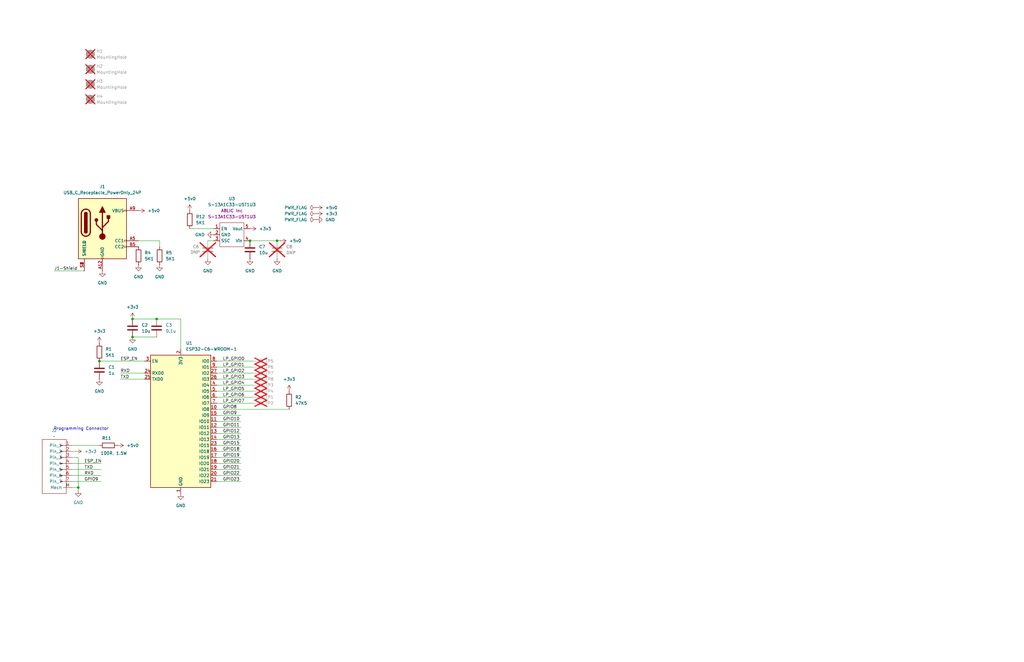
<source format=kicad_sch>
(kicad_sch (version 20231120) (generator "eeschema") (generator_version "8.0")
  (paper "USLedger")
  (lib_symbols
    (symbol "Connector:TestPoint" (pin_numbers hide) (pin_names (offset 0.762) hide)
      (property "Reference" "TP" (at 0 6.858 0))
      (property "Value" "TestPoint" (at 0 5.08 0))
      (symbol "TestPoint_0_1"
        (circle (center 0 3.302) (radius 0.762))
      )
      (symbol "TestPoint_1_1"
        (pin passive line (at 0 0 90) (length 2.54) (name "1") (number "1"))
      )
    )
    (symbol "Device:C" (pin_numbers hide) (pin_names (offset 0.254))
      (property "Reference" "C" (at 0.635 2.54 0))
      (property "Value" "C" (at 0.635 -2.54 0))
      (symbol "C_0_1"
        (polyline (pts (xy -2.032 -0.762) (xy 2.032 -0.762)) (stroke (width 0.508)))
        (polyline (pts (xy -2.032 0.762) (xy 2.032 0.762)) (stroke (width 0.508)))
      )
      (symbol "C_1_1"
        (pin passive line (at 0 3.81 270) (length 2.794) (name "~") (number "1"))
        (pin passive line (at 0 -3.81 90) (length 2.794) (name "~") (number "2"))
      )
    )
    (symbol "Device:R" (pin_numbers hide) (pin_names (offset 0))
      (property "Reference" "R" (at 2.032 0 90))
      (property "Value" "R" (at 0 0 90))
      (symbol "R_0_1"
        (rectangle (start -1.016 -2.54) (end 1.016 2.54) (stroke (width 0.254)))
      )
      (symbol "R_1_1"
        (pin passive line (at 0 3.81 270) (length 1.27) (name "~") (number "1"))
        (pin passive line (at 0 -3.81 90) (length 1.27) (name "~") (number "2"))
      )
    )
    (symbol "HVAC:ESP32-C6-WROOM-1"
      (property "Reference" "U" (at -11.684 28.956 0))
      (property "Value" "ESP32-C6-WROOM-1" (at 12.7 28.956 0))
      (symbol "ESP32-C6-WROOM-1_1_1"
        (rectangle (start -12.7 27.94) (end 12.7 -27.94) (stroke (width 0.254)) (fill (type background)))
        (pin power_in line (at 0 -30.48 90) (length 2.54) (name "GND") (number "1"))
        (pin bidirectional line (at 15.24 5.08 180) (length 2.54) (name "IO8") (number "10"))
        (pin bidirectional line (at 15.24 0 180) (length 2.54) (name "IO10") (number "11"))
        (pin bidirectional line (at 15.24 -2.54 180) (length 2.54) (name "IO11") (number "12"))
        (pin bidirectional line (at 15.24 -5.08 180) (length 2.54) (name "IO12") (number "13"))
        (pin bidirectional line (at 15.24 -7.62 180) (length 2.54) (name "IO13") (number "14"))
        (pin bidirectional line (at 15.24 2.54 180) (length 2.54) (name "IO9") (number "15"))
        (pin bidirectional line (at 15.24 -12.7 180) (length 2.54) (name "IO18") (number "16"))
        (pin bidirectional line (at 15.24 -15.24 180) (length 2.54) (name "IO19") (number "17"))
        (pin bidirectional line (at 15.24 -17.78 180) (length 2.54) (name "IO20") (number "18"))
        (pin bidirectional line (at 15.24 -20.32 180) (length 2.54) (name "IO21") (number "19"))
        (pin power_in line (at 0 30.48 270) (length 2.54) (name "3V3") (number "2"))
        (pin bidirectional line (at 15.24 -22.86 180) (length 2.54) (name "IO22") (number "20"))
        (pin bidirectional line (at 15.24 -25.4 180) (length 2.54) (name "IO23") (number "21"))
        (pin no_connect line (at -16.51 -22.86 0) (length 3.81) hide (name "NC22") (number "22"))
        (pin bidirectional line (at 15.24 -10.16 180) (length 2.54) (name "IO15") (number "23"))
        (pin bidirectional line (at -15.24 20.32 0) (length 2.54) (name "RXD0") (number "24"))
        (pin bidirectional line (at -15.24 17.78 0) (length 2.54) (name "TXD0") (number "25"))
        (pin bidirectional line (at 15.24 17.78 180) (length 2.54) (name "IO3") (number "26"))
        (pin bidirectional line (at 15.24 20.32 180) (length 2.54) (name "IO2") (number "27"))
        (pin passive line (at 0 -30.48 90) (length 2.54) hide (name "GND") (number "28"))
        (pin passive line (at 0 -30.48 90) (length 2.54) hide (name "GND") (number "29"))
        (pin input line (at -15.24 25.4 0) (length 2.54) (name "EN") (number "3"))
        (pin bidirectional line (at 15.24 15.24 180) (length 2.54) (name "IO4") (number "4"))
        (pin bidirectional line (at 15.24 12.7 180) (length 2.54) (name "IO5") (number "5"))
        (pin bidirectional line (at 15.24 10.16 180) (length 2.54) (name "IO6") (number "6"))
        (pin bidirectional line (at 15.24 7.62 180) (length 2.54) (name "IO7") (number "7"))
        (pin bidirectional line (at 15.24 25.4 180) (length 2.54) (name "IO0") (number "8"))
        (pin bidirectional line (at 15.24 22.86 180) (length 2.54) (name "IO1") (number "9"))
      )
    )
    (symbol "HVAC:Hirose_DF13-7P-1.25V"
      (property "Reference" "J" (at -5.08 13.208 0))
      (symbol "Hirose_DF13-7P-1.25V_0_1"
        (rectangle (start -7.62 10.16) (end 2.54 -12.7))
      )
      (symbol "Hirose_DF13-7P-1.25V_1_1"
        (polyline (pts (xy 1.27 -7.62) (xy 0.8636 -7.62)) (stroke (width 0.1524)))
        (polyline (pts (xy 1.27 -5.08) (xy 0.8636 -5.08)) (stroke (width 0.1524)))
        (polyline (pts (xy 1.27 -2.54) (xy 0.8636 -2.54)) (stroke (width 0.1524)))
        (polyline (pts (xy 1.27 0) (xy 0.8636 0)) (stroke (width 0.1524)))
        (polyline (pts (xy 1.27 2.54) (xy 0.8636 2.54)) (stroke (width 0.1524)))
        (polyline (pts (xy 1.27 5.08) (xy 0.8636 5.08)) (stroke (width 0.1524)))
        (polyline (pts (xy 1.27 7.62) (xy 0.8636 7.62)) (stroke (width 0.1524)))
        (rectangle (start 0.8636 -7.493) (end 0 -7.747) (stroke (width 0.1524)) (fill (type outline)))
        (rectangle (start 0.8636 -4.953) (end 0 -5.207) (stroke (width 0.1524)) (fill (type outline)))
        (rectangle (start 0.8636 -2.413) (end 0 -2.667) (stroke (width 0.1524)) (fill (type outline)))
        (rectangle (start 0.8636 0.127) (end 0 -0.127) (stroke (width 0.1524)) (fill (type outline)))
        (rectangle (start 0.8636 2.667) (end 0 2.413) (stroke (width 0.1524)) (fill (type outline)))
        (rectangle (start 0.8636 5.207) (end 0 4.953) (stroke (width 0.1524)) (fill (type outline)))
        (rectangle (start 0.8636 7.747) (end 0 7.493) (stroke (width 0.1524)) (fill (type outline)))
        (pin passive line (at 5.08 7.62 180) (length 3.81) (name "Pin_1") (number "1"))
        (pin passive line (at 5.08 5.08 180) (length 3.81) (name "Pin_2") (number "2"))
        (pin passive line (at 5.08 2.54 180) (length 3.81) (name "Pin_3") (number "3"))
        (pin passive line (at 5.08 0 180) (length 3.81) (name "Pin_4") (number "4"))
        (pin passive line (at 5.08 -2.54 180) (length 3.81) (name "Pin_5") (number "5"))
        (pin passive line (at 5.08 -5.08 180) (length 3.81) (name "Pin_6") (number "6"))
        (pin passive line (at 5.08 -7.62 180) (length 3.81) (name "Pin_7") (number "7"))
        (pin unspecified line (at 5.08 -10.16 180) (length 3.81) (name "Mech") (number "M"))
      )
    )
    (symbol "HVAC:S-13A1C33-U5T1U3"
      (property "Reference" "U" (at -4.318 6.35 0))
      (property "Value" "S-13A1C33-U5T1U3" (at 0 0 0))
      (property "Manuf" "ABLIC Inc" (at 0 0 0))
      (property "Manuf PN" "S-13A1C33-U5T1U3" (at 0 0 0))
      (symbol "S-13A1C33-U5T1U3_0_1"
        (rectangle (start -5.08 5.08) (end 5.08 -5.08))
      )
      (symbol "S-13A1C33-U5T1U3_1_1"
        (pin input line (at -7.62 2.54 0) (length 2.54) (name "EN") (number "1"))
        (pin input line (at -7.62 0 0) (length 2.54) (name "GND") (number "2"))
        (pin input line (at -7.62 -2.54 0) (length 2.54) (name "SSC") (number "3"))
        (pin input line (at 7.62 -2.54 180) (length 2.54) (name "Vin") (number "4"))
        (pin input line (at 7.62 2.54 180) (length 2.54) (name "Vout") (number "5"))
      )
    )
    (symbol "HVAC:USB_C_Receptacle_PowerOnly_24P" (pin_names (offset 1.016))
      (property "Reference" "J" (at 0 16.51 0))
      (property "Value" "USB_C_Receptacle_PowerOnly_24P" (at 0 13.97 0))
      (symbol "USB_C_Receptacle_PowerOnly_24P_0_0"
        (rectangle (start -0.254 -12.7) (end 0.254 -11.684))
        (rectangle (start 10.16 -7.366) (end 9.144 -7.874))
        (rectangle (start 10.16 -4.826) (end 9.144 -5.334))
        (rectangle (start 10.16 7.874) (end 9.144 7.366))
      )
      (symbol "USB_C_Receptacle_PowerOnly_24P_0_1"
        (rectangle (start -10.16 12.7) (end 10.16 -12.7) (stroke (width 0.254)) (fill (type background)))
        (arc (start -8.89 -1.27) (mid -6.985 -3.1667) (end -5.08 -1.27) (stroke (width 0.508)))
        (arc (start -7.62 -1.27) (mid -6.985 -1.9023) (end -6.35 -1.27) (stroke (width 0.254)))
        (arc (start -7.62 -1.27) (mid -6.985 -1.9023) (end -6.35 -1.27) (stroke (width 0.254)) (fill (type outline)))
        (rectangle (start -7.62 -1.27) (end -6.35 6.35) (stroke (width 0.254)) (fill (type outline)))
        (arc (start -6.35 6.35) (mid -6.985 6.9823) (end -7.62 6.35) (stroke (width 0.254)))
        (arc (start -6.35 6.35) (mid -6.985 6.9823) (end -7.62 6.35) (stroke (width 0.254)) (fill (type outline)))
        (arc (start -5.08 6.35) (mid -6.985 8.2467) (end -8.89 6.35) (stroke (width 0.508)))
        (circle (center -2.54 3.683) (radius 0.635) (stroke (width 0.254)) (fill (type outline)))
        (circle (center 0 -3.302) (radius 1.27) (fill (type outline)))
        (polyline (pts (xy -8.89 -1.27) (xy -8.89 6.35)) (stroke (width 0.508)))
        (polyline (pts (xy -5.08 6.35) (xy -5.08 -1.27)) (stroke (width 0.508)))
        (polyline (pts (xy 0 -3.302) (xy 0 6.858)) (stroke (width 0.508)))
        (polyline (pts (xy 0 -0.762) (xy -2.54 1.778) (xy -2.54 3.048)) (stroke (width 0.508)))
        (polyline (pts (xy 0 0.508) (xy 2.54 3.048) (xy 2.54 4.318)) (stroke (width 0.508)))
        (polyline (pts (xy -1.27 6.858) (xy 0 9.398) (xy 1.27 6.858) (xy -1.27 6.858)) (stroke (width 0.254)) (fill (type outline)))
        (rectangle (start 1.905 4.318) (end 3.175 5.588) (stroke (width 0.254)) (fill (type outline)))
      )
      (symbol "USB_C_Receptacle_PowerOnly_24P_1_1"
        (pin passive line (at 0 -17.78 90) (length 5.08) hide (name "GND") (number "A1"))
        (pin power_in line (at 0 -17.78 90) (length 5.08) (name "GND") (number "A12"))
        (pin passive line (at 15.24 7.62 180) (length 5.08) hide (name "VBUS") (number "A4"))
        (pin bidirectional line (at 15.24 -5.08 180) (length 5.08) (name "CC1") (number "A5"))
        (pin power_in line (at 15.24 7.62 180) (length 5.08) (name "VBUS") (number "A9"))
        (pin passive line (at 0 -17.78 90) (length 5.08) hide (name "GND") (number "B1"))
        (pin passive line (at 0 -17.78 90) (length 5.08) hide (name "GND") (number "B12"))
        (pin passive line (at 15.24 7.62 180) (length 5.08) hide (name "VBUS") (number "B4"))
        (pin bidirectional line (at 15.24 -7.62 180) (length 5.08) (name "CC2") (number "B5"))
        (pin passive line (at 15.24 7.62 180) (length 5.08) hide (name "VBUS") (number "B9"))
        (pin passive line (at -7.62 -17.78 90) (length 5.08) (name "SHIELD") (number "S1"))
        (pin passive line (at -7.62 -17.78 90) (length 5.08) (name "SHIELD") (number "S2"))
        (pin passive line (at -7.62 -17.78 90) (length 5.08) (name "SHIELD") (number "S3"))
        (pin passive line (at -7.62 -17.78 90) (length 5.08) (name "SHIELD") (number "S4"))
      )
    )
    (symbol "Mechanical:MountingHole" (pin_names (offset 1.016)) (exclude_from_sim yes) (in_bom no)
      (property "Reference" "H" (at 0 5.08 0))
      (property "Value" "MountingHole" (at 0 3.175 0))
      (symbol "MountingHole_0_1"
        (circle (center 0 0) (radius 1.27) (stroke (width 1.27)))
      )
    )
    (symbol "power:+3.3V" (power) (pin_numbers hide) (pin_names (offset 0) hide)
      (property "Value" "+3.3V" (at 0 3.556 0))
      (symbol "+3.3V_0_1"
        (polyline (pts (xy -0.762 1.27) (xy 0 2.54)))
        (polyline (pts (xy 0 0) (xy 0 2.54)))
        (polyline (pts (xy 0 2.54) (xy 0.762 1.27)))
      )
      (symbol "+3.3V_1_1"
        (pin power_in line (at 0 0 90) (length 0) (name "~") (number "1"))
      )
    )
    (symbol "power:+5V" (power) (pin_numbers hide) (pin_names (offset 0) hide)
      (property "Value" "+5V" (at 0 3.556 0))
      (symbol "+5V_0_1"
        (polyline (pts (xy -0.762 1.27) (xy 0 2.54)))
        (polyline (pts (xy 0 0) (xy 0 2.54)))
        (polyline (pts (xy 0 2.54) (xy 0.762 1.27)))
      )
      (symbol "+5V_1_1"
        (pin power_in line (at 0 0 90) (length 0) (name "~") (number "1"))
      )
    )
    (symbol "power:GND" (power) (pin_numbers hide) (pin_names (offset 0) hide)
      (property "Value" "GND" (at 0 -3.81 0))
      (symbol "GND_0_1"
        (polyline (pts (xy 0 0) (xy 0 -1.27) (xy 1.27 -1.27) (xy 0 -2.54) (xy -1.27 -1.27) (xy 0 -1.27)))
      )
      (symbol "GND_1_1"
        (pin power_in line (at 0 0 270) (length 0) (name "~") (number "1"))
      )
    )
    (symbol "power:PWR_FLAG" (power) (pin_numbers hide) (pin_names (offset 0) hide)
      (property "Value" "PWR_FLAG" (at 0 3.81 0))
      (symbol "PWR_FLAG_0_0"
        (pin power_out line (at 0 0 90) (length 0) (name "~") (number "1"))
      )
      (symbol "PWR_FLAG_0_1"
        (polyline (pts (xy 0 0) (xy 0 1.27) (xy -1.016 1.905) (xy 0 2.54) (xy 1.016 1.905) (xy 0 1.27)))
      )
    )
  )
  (junction (at 33.02 205.74))
  (junction (at 105.41 101.6))
  (junction (at 41.91 152.4))
  (junction (at 55.88 134.62))
  (junction (at 116.84 101.6))
  (junction (at 55.88 142.24))
  (junction (at 66.04 134.62))
  (wire (pts (xy 30.48 195.58) (xy 42.672 195.58)))
  (wire (pts (xy 91.44 182.88) (xy 101.6 182.88)))
  (wire (pts (xy 41.91 152.4) (xy 60.96 152.4)))
  (wire (pts (xy 91.44 157.48) (xy 106.68 157.48)))
  (wire (pts (xy 30.48 200.66) (xy 42.672 200.66)))
  (wire (pts (xy 91.44 165.1) (xy 106.68 165.1)))
  (wire (pts (xy 50.8 160.02) (xy 60.96 160.02)))
  (wire (pts (xy 91.44 167.64) (xy 106.68 167.64)))
  (wire (pts (xy 91.44 180.34) (xy 101.6 180.34)))
  (wire (pts (xy 91.44 195.58) (xy 101.6 195.58)))
  (wire (pts (xy 30.48 187.96) (xy 41.91 187.96)))
  (wire (pts (xy 91.44 175.26) (xy 101.6 175.26)))
  (wire (pts (xy 30.48 203.2) (xy 42.672 203.2)))
  (wire (pts (xy 91.44 200.66) (xy 101.6 200.66)))
  (wire (pts (xy 67.31 104.14) (xy 67.31 101.6)))
  (wire (pts (xy 91.44 170.18) (xy 106.68 170.18)))
  (wire (pts (xy 91.44 187.96) (xy 101.6 187.96)))
  (wire (pts (xy 50.8 157.48) (xy 60.96 157.48)))
  (wire (pts (xy 91.44 162.56) (xy 106.68 162.56)))
  (wire (pts (xy 33.02 193.04) (xy 30.48 193.04)))
  (wire (pts (xy 91.44 154.94) (xy 106.68 154.94)))
  (wire (pts (xy 91.44 198.12) (xy 101.6 198.12)))
  (wire (pts (xy 91.44 160.02) (xy 106.68 160.02)))
  (wire (pts (xy 87.63 101.6) (xy 90.17 101.6)))
  (wire (pts (xy 33.02 207.01) (xy 33.02 205.74)))
  (wire (pts (xy 91.44 172.72) (xy 121.92 172.72)))
  (wire (pts (xy 30.48 198.12) (xy 42.672 198.12)))
  (wire (pts (xy 91.44 203.2) (xy 101.6 203.2)))
  (wire (pts (xy 66.04 134.62) (xy 76.2 134.62)))
  (wire (pts (xy 55.88 142.24) (xy 66.04 142.24)))
  (wire (pts (xy 91.44 177.8) (xy 101.6 177.8)))
  (wire (pts (xy 30.48 190.5) (xy 31.75 190.5)))
  (wire (pts (xy 91.44 152.4) (xy 106.68 152.4)))
  (wire (pts (xy 80.01 96.52) (xy 90.17 96.52)))
  (wire (pts (xy 76.2 134.62) (xy 76.2 147.32)))
  (wire (pts (xy 55.88 134.62) (xy 66.04 134.62)))
  (wire (pts (xy 33.02 205.74) (xy 33.02 193.04)))
  (wire (pts (xy 22.86 114.3) (xy 35.56 114.3)))
  (wire (pts (xy 91.44 190.5) (xy 101.6 190.5)))
  (wire (pts (xy 118.11 101.6) (xy 116.84 101.6)))
  (wire (pts (xy 30.48 205.74) (xy 33.02 205.74)))
  (wire (pts (xy 91.44 193.04) (xy 101.6 193.04)))
  (wire (pts (xy 91.44 185.42) (xy 101.6 185.42)))
  (wire (pts (xy 116.84 101.6) (xy 105.41 101.6)))
  (wire (pts (xy 58.42 101.6) (xy 67.31 101.6)))
  (text_box "Programming Connector" (at 21.59 179.07 0) (size 25.4 3.81) (stroke (width -0.0001)) (effects (font (size 1.27 1.27)) (justify left top)))
  (label "GPIO9" (at 93.98 175.26 0))
  (label "GPIO11" (at 93.98 180.34 0))
  (label "RXD" (at 50.8 157.48 0))
  (label "GPIO10" (at 93.98 177.8 0))
  (label "GPIO9" (at 35.56 203.2 0))
  (label "RXD" (at 35.56 200.66 0))
  (label "GPIO13" (at 93.98 185.42 0))
  (label "LP_GPIO3" (at 93.98 160.02 0))
  (label "GPIO19" (at 93.98 193.04 0))
  (label "GPIO22" (at 93.98 200.66 0))
  (label "LP_GPIO0" (at 93.98 152.4 0))
  (label "LP_GPIO1" (at 93.98 154.94 0))
  (label "GPIO20" (at 93.98 195.58 0))
  (label "GPIO23" (at 93.98 203.2 0))
  (label "TXD" (at 50.8 160.02 0))
  (label "ESP_EN" (at 35.56 195.58 0))
  (label "TXD" (at 35.56 198.12 0))
  (label "GPIO12" (at 93.98 182.88 0))
  (label "GPIO8" (at 93.98 172.72 0))
  (label "LP_GPIO6" (at 93.98 167.64 0))
  (label "GPIO21" (at 93.98 198.12 0))
  (label "ESP_EN" (at 50.8 152.4 0))
  (label "LP_GPIO5" (at 93.98 165.1 0))
  (label "LP_GPIO7" (at 93.98 170.18 0))
  (label "LP_GPIO2" (at 93.98 157.48 0))
  (label "J1-Shield" (at 22.86 114.3 0))
  (label "LP_GPIO4" (at 93.98 162.56 0))
  (label "GPIO15" (at 93.98 187.96 0))
  (label "GPIO18" (at 93.98 190.5 0))
  (symbol (lib_id "power:GND") (at 76.2 208.28 0) (unit 1)
    (property "Reference" "#PWR01" (effects (hide yes)))
    (property "Value" "GND" (at 76.2 213.36 0))
    (property "Description" "Power symbol creates a global label with name \"GND\" , ground" (effects (hide yes)))
  )
  (symbol (lib_id "Device:C") (at 116.84 105.41 0) (unit 1) (dnp yes)
    (property "Reference" "C8" (at 120.65 104.1399 0) (effects (justify left)))
    (property "Value" "DNP" (at 120.65 106.6799 0) (effects (justify left)))
    (property "Footprint" "Capacitor_SMD:C_0603_1608Metric" (effects (hide yes)))
    (property "Description" "Unpolarized capacitor" (effects (hide yes)))
    (property "Manuf" "Murata Electronics" (effects (hide yes)))
    (property "Manuf PN" "GRM188Z71A106KA73D" (effects (hide yes)))
  )
  (symbol (lib_id "power:+5V") (at 80.01 88.9 0) (unit 1)
    (property "Reference" "#PWR037" (effects (hide yes)))
    (property "Value" "+5v0" (at 80.01 83.82 0))
    (property "Description" "Power symbol creates a global label with name \"+5V\"" (effects (hide yes)))
  )
  (symbol (lib_id "Mechanical:MountingHole") (at 38.1 29.21 0) (unit 1) (exclude_from_sim yes) (in_bom no) (dnp yes)
    (property "Reference" "H2" (at 40.64 27.9399 0) (effects (justify left)))
    (property "Value" "MountingHole" (at 40.64 30.4799 0) (effects (justify left)))
    (property "Footprint" "MountingHole:MountingHole_2.7mm_M2.5" (effects (hide yes)))
    (property "Description" "Mounting Hole without connection" (effects (hide yes)))
  )
  (symbol (lib_id "Device:C") (at 105.41 105.41 0) (unit 1)
    (property "Reference" "C7" (at 109.22 104.1399 0) (effects (justify left)))
    (property "Value" "10u" (at 109.22 106.6799 0) (effects (justify left)))
    (property "Footprint" "Capacitor_SMD:C_0603_1608Metric" (effects (hide yes)))
    (property "Description" "Unpolarized capacitor" (effects (hide yes)))
    (property "Manuf" "Murata Electronics" (effects (hide yes)))
    (property "Manuf PN" "GRM188Z71A106KA73D" (effects (hide yes)))
  )
  (symbol (lib_id "power:+5V") (at 118.11 101.6 270) (unit 1)
    (property "Reference" "#PWR017" (effects (hide yes)))
    (property "Value" "+5v0" (at 121.92 101.5999 90) (effects (justify left)))
    (property "Description" "Power symbol creates a global label with name \"+5V\"" (effects (hide yes)))
  )
  (symbol (lib_id "power:PWR_FLAG") (at 133.35 92.71 90) (unit 1)
    (property "Reference" "#FLG01" (effects (hide yes)))
    (property "Value" "PWR_FLAG" (at 129.54 92.7099 90) (effects (justify left)))
    (property "Description" "Special symbol for telling ERC where power comes from" (effects (hide yes)))
  )
  (symbol (lib_id "power:+3.3V") (at 55.88 134.62 0) (unit 1)
    (property "Reference" "#PWR02" (effects (hide yes)))
    (property "Value" "+3v3" (at 55.88 129.54 0))
    (property "Description" "Power symbol creates a global label with name \"+3.3V\"" (effects (hide yes)))
  )
  (symbol (lib_id "power:+3.3V") (at 133.35 90.17 270) (unit 1)
    (property "Reference" "#PWR025" (effects (hide yes)))
    (property "Value" "+3v3" (at 137.16 90.1699 90) (effects (justify left)))
    (property "Description" "Power symbol creates a global label with name \"+3.3V\"" (effects (hide yes)))
  )
  (symbol (lib_id "power:GND") (at 67.31 111.76 0) (unit 1)
    (property "Reference" "#PWR09" (effects (hide yes)))
    (property "Value" "GND" (at 67.31 116.84 0))
    (property "Description" "Power symbol creates a global label with name \"GND\" , ground" (effects (hide yes)))
  )
  (symbol (lib_id "power:+5V") (at 49.53 187.96 270) (unit 1)
    (property "Reference" "#PWR028" (effects (hide yes)))
    (property "Value" "+5v0" (at 53.34 187.9599 90) (effects (justify left)))
    (property "Description" "Power symbol creates a global label with name \"+5V\"" (effects (hide yes)))
  )
  (symbol (lib_id "Connector:TestPoint") (at 106.68 160.02 270) (unit 1) (dnp yes)
    (property "Reference" "TP8" (at 111.76 160.0199 90) (effects (justify left)))
    (property "Value" "TestPoint" (effects (hide yes)))
    (property "Footprint" "TestPoint:TestPoint_Pad_1.0x1.0mm" (effects (hide yes)))
    (property "Description" "test point" (effects (hide yes)))
  )
  (symbol (lib_id "HVAC:ESP32-C6-WROOM-1") (at 76.2 177.8 0) (unit 1)
    (property "Reference" "U1" (at 78.3941 144.78 0) (effects (justify left)))
    (property "Value" "ESP32-C6-WROOM-1" (at 78.3941 147.32 0) (effects (justify left)))
    (property "Footprint" "HVAC:ESP32-C6-WROOM-1" (effects (hide yes)))
    (property "Datasheet" "https://www.espressif.com/sites/default/files/documentation/esp32-c6-wroom-1_wroom-1u_datasheet_en.pdf" (effects (hide yes)))
    (property "Description" "802.11 b/g/n/ax Wi­Fi, Bluetooth 5, 802.15.4 module, ESP32­C6 SoC, RISC­V microprocessor, On-board antenna" (effects (hide yes)))
    (property "Manuf" "Espressif" (effects (hide yes)))
    (property "Manuf PN" "ESP-32-C6-WROOM-1-N8" (effects (hide yes)))
  )
  (symbol (lib_id "Device:R") (at 58.42 107.95 0) (unit 1)
    (property "Reference" "R4" (at 60.96 106.6799 0) (effects (justify left)))
    (property "Value" "5K1" (at 60.96 109.2199 0) (effects (justify left)))
    (property "Footprint" "Resistor_SMD:R_0603_1608Metric" (effects (hide yes)))
    (property "Description" "Resistor" (effects (hide yes)))
    (property "Manuf PN" "RC0805FR-075K1L" (effects (hide yes)))
    (property "Manuf" "Yageo" (effects (hide yes)))
  )
  (symbol (lib_id "power:+3.3V") (at 121.92 165.1 0) (unit 1)
    (property "Reference" "#PWR011" (effects (hide yes)))
    (property "Value" "+3v3" (at 121.92 160.02 0))
    (property "Description" "Power symbol creates a global label with name \"+3.3V\"" (effects (hide yes)))
  )
  (symbol (lib_id "Mechanical:MountingHole") (at 38.1 41.91 0) (unit 1) (exclude_from_sim yes) (in_bom no) (dnp yes)
    (property "Reference" "H4" (at 40.64 40.6399 0) (effects (justify left)))
    (property "Value" "MountingHole" (at 40.64 43.1799 0) (effects (justify left)))
    (property "Footprint" "MountingHole:MountingHole_2.7mm_M2.5" (effects (hide yes)))
    (property "Description" "Mounting Hole without connection" (effects (hide yes)))
  )
  (symbol (lib_id "power:PWR_FLAG") (at 133.35 90.17 90) (unit 1)
    (property "Reference" "#FLG03" (effects (hide yes)))
    (property "Value" "PWR_FLAG" (at 129.54 90.1699 90) (effects (justify left)))
    (property "Description" "Special symbol for telling ERC where power comes from" (effects (hide yes)))
  )
  (symbol (lib_id "power:+5V") (at 58.42 88.9 270) (unit 1)
    (property "Reference" "#PWR07" (effects (hide yes)))
    (property "Value" "+5v0" (at 62.23 88.8999 90) (effects (justify left)))
    (property "Description" "Power symbol creates a global label with name \"+5V\"" (effects (hide yes)))
  )
  (symbol (lib_id "Connector:TestPoint") (at 106.68 152.4 270) (unit 1) (dnp yes)
    (property "Reference" "TP5" (at 111.76 152.3999 90) (effects (justify left)))
    (property "Value" "TestPoint" (effects (hide yes)))
    (property "Footprint" "TestPoint:TestPoint_Pad_1.0x1.0mm" (effects (hide yes)))
    (property "Description" "test point" (effects (hide yes)))
  )
  (symbol (lib_id "power:GND") (at 87.63 109.22 0) (unit 1)
    (property "Reference" "#PWR014" (effects (hide yes)))
    (property "Value" "GND" (at 87.63 114.3 0))
    (property "Description" "Power symbol creates a global label with name \"GND\" , ground" (effects (hide yes)))
  )
  (symbol (lib_id "power:GND") (at 133.35 92.71 90) (unit 1)
    (property "Reference" "#PWR018" (effects (hide yes)))
    (property "Value" "GND" (at 137.16 92.7099 90) (effects (justify right)))
    (property "Description" "Power symbol creates a global label with name \"GND\" , ground" (effects (hide yes)))
  )
  (symbol (lib_id "power:GND") (at 33.02 207.01 0) (unit 1)
    (property "Reference" "#PWR010" (effects (hide yes)))
    (property "Value" "GND" (at 33.02 212.09 0))
    (property "Description" "Power symbol creates a global label with name \"GND\" , ground" (effects (hide yes)))
  )
  (symbol (lib_id "Device:R") (at 67.31 107.95 0) (unit 1)
    (property "Reference" "R5" (at 69.85 106.6799 0) (effects (justify left)))
    (property "Value" "5K1" (at 69.85 109.2199 0) (effects (justify left)))
    (property "Footprint" "Resistor_SMD:R_0603_1608Metric" (effects (hide yes)))
    (property "Description" "Resistor" (effects (hide yes)))
    (property "Manuf PN" "RC0805FR-075K1L" (effects (hide yes)))
    (property "Manuf" "Yageo" (effects (hide yes)))
  )
  (symbol (lib_id "power:GND") (at 41.91 160.02 0) (unit 1)
    (property "Reference" "#PWR04" (effects (hide yes)))
    (property "Value" "GND" (at 41.91 165.1 0))
    (property "Description" "Power symbol creates a global label with name \"GND\" , ground" (effects (hide yes)))
  )
  (symbol (lib_id "power:GND") (at 105.41 109.22 0) (unit 1)
    (property "Reference" "#PWR020" (effects (hide yes)))
    (property "Value" "GND" (at 105.41 114.3 0))
    (property "Description" "Power symbol creates a global label with name \"GND\" , ground" (effects (hide yes)))
  )
  (symbol (lib_id "Device:C") (at 66.04 138.43 0) (unit 1)
    (property "Reference" "C3" (at 69.85 137.1599 0) (effects (justify left)))
    (property "Value" "0.1u" (at 69.85 139.6999 0) (effects (justify left)))
    (property "Footprint" "Capacitor_SMD:C_0603_1608Metric" (effects (hide yes)))
    (property "Description" "Unpolarized capacitor" (effects (hide yes)))
    (property "Manuf" "Yageo" (effects (hide yes)))
    (property "Manuf PN" "CC0603KRX7R7BB104" (effects (hide yes)))
  )
  (symbol (lib_id "power:GND") (at 55.88 142.24 0) (unit 1)
    (property "Reference" "#PWR05" (effects (hide yes)))
    (property "Value" "GND" (at 55.88 147.32 0))
    (property "Description" "Power symbol creates a global label with name \"GND\" , ground" (effects (hide yes)))
  )
  (symbol (lib_id "HVAC:S-13A1C33-U5T1U3") (at 97.79 99.06 0) (unit 1)
    (property "Reference" "U3" (at 97.79 83.82 0))
    (property "Value" "S-13A1C33-U5T1U3" (at 97.79 86.36 0))
    (property "Footprint" "HVAC:SOT-89-5" (effects (hide yes)))
    (property "Datasheet" "https://www.ablic.com/en/doc/datasheet/voltage_regulator/S13A1_E.pdf" (effects (hide yes)))
    (property "Description" "IC REG LINEAR 3.3V 1A SOT89-5" (effects (hide yes)))
    (property "Manuf" "ABLIC Inc" (at 97.79 88.9 0))
    (property "Manuf PN" "S-13A1C33-U5T1U3" (at 97.79 91.44 0))
  )
  (symbol (lib_id "Device:C") (at 55.88 138.43 0) (unit 1)
    (property "Reference" "C2" (at 59.69 137.1599 0) (effects (justify left)))
    (property "Value" "10u" (at 59.69 139.6999 0) (effects (justify left)))
    (property "Footprint" "Capacitor_SMD:C_0603_1608Metric" (effects (hide yes)))
    (property "Description" "Unpolarized capacitor" (effects (hide yes)))
    (property "Manuf" "Murata Electronics" (effects (hide yes)))
    (property "Manuf PN" "GRM188Z71A106KA73D" (effects (hide yes)))
  )
  (symbol (lib_id "Device:C") (at 41.91 156.21 0) (unit 1)
    (property "Reference" "C1" (at 45.72 154.9399 0) (effects (justify left)))
    (property "Value" "1u" (at 45.72 157.4799 0) (effects (justify left)))
    (property "Footprint" "Capacitor_SMD:C_0603_1608Metric" (effects (hide yes)))
    (property "Description" "Unpolarized capacitor" (effects (hide yes)))
    (property "Manuf" "Samsung Electro-Mechanics" (effects (hide yes)))
    (property "Manuf PN" "CL10B105KP8NNNC" (effects (hide yes)))
  )
  (symbol (lib_id "Connector:TestPoint") (at 106.68 170.18 270) (unit 1) (dnp yes)
    (property "Reference" "TP2" (at 111.76 170.1799 90) (effects (justify left)))
    (property "Value" "TestPoint" (effects (hide yes)))
    (property "Footprint" "TestPoint:TestPoint_Pad_1.0x1.0mm" (effects (hide yes)))
    (property "Description" "test point" (effects (hide yes)))
  )
  (symbol (lib_id "HVAC:Hirose_DF13-7P-1.25V") (at 25.4 195.58 0) (unit 1)
    (property "Reference" "J2" (at 22.86 181.61 0))
    (property "Value" "~" (at 22.86 184.15 0))
    (property "Footprint" "HVAC:Hirose_DF13-7P-1.25V" (effects (hide yes)))
    (property "Datasheet" "https://www.hirose.com/en/product/document?clcode=&productname=&series=DF13&documenttype=Catalog&lang=en&documentid=en_DF13_CAT" (effects (hide yes)))
    (property "Manuf" "Hirose" (effects (hide yes)))
    (property "Manuf PN" "DF13-7P-1.25V(76)" (effects (hide yes)))
  )
  (symbol (lib_id "power:GND") (at 43.18 114.3 0) (unit 1)
    (property "Reference" "#PWR06" (effects (hide yes)))
    (property "Value" "GND" (at 43.18 119.38 0))
    (property "Description" "Power symbol creates a global label with name \"GND\" , ground" (effects (hide yes)))
  )
  (symbol (lib_id "power:GND") (at 116.84 109.22 0) (unit 1)
    (property "Reference" "#PWR021" (effects (hide yes)))
    (property "Value" "GND" (at 116.84 114.3 0))
    (property "Description" "Power symbol creates a global label with name \"GND\" , ground" (effects (hide yes)))
  )
  (symbol (lib_id "Connector:TestPoint") (at 106.68 162.56 270) (unit 1) (dnp yes)
    (property "Reference" "TP3" (at 111.76 162.5599 90) (effects (justify left)))
    (property "Value" "TestPoint" (effects (hide yes)))
    (property "Footprint" "TestPoint:TestPoint_Pad_1.0x1.0mm" (effects (hide yes)))
    (property "Description" "test point" (effects (hide yes)))
  )
  (symbol (lib_id "Connector:TestPoint") (at 106.68 157.48 270) (unit 1) (dnp yes)
    (property "Reference" "TP7" (at 111.76 157.4799 90) (effects (justify left)))
    (property "Value" "TestPoint" (effects (hide yes)))
    (property "Footprint" "TestPoint:TestPoint_Pad_1.0x1.0mm" (effects (hide yes)))
    (property "Description" "test point" (effects (hide yes)))
  )
  (symbol (lib_id "Connector:TestPoint") (at 106.68 165.1 270) (unit 1) (dnp yes)
    (property "Reference" "TP4" (at 111.76 165.0999 90) (effects (justify left)))
    (property "Value" "TestPoint" (effects (hide yes)))
    (property "Footprint" "TestPoint:TestPoint_Pad_1.0x1.0mm" (effects (hide yes)))
    (property "Description" "test point" (effects (hide yes)))
  )
  (symbol (lib_id "Connector:TestPoint") (at 106.68 167.64 270) (unit 1) (dnp yes)
    (property "Reference" "TP1" (at 111.76 167.6399 90) (effects (justify left)))
    (property "Value" "TestPoint" (effects (hide yes)))
    (property "Footprint" "TestPoint:TestPoint_Pad_1.0x1.0mm" (effects (hide yes)))
    (property "Description" "test point" (effects (hide yes)))
  )
  (symbol (lib_id "Mechanical:MountingHole") (at 38.1 22.86 0) (unit 1) (exclude_from_sim yes) (in_bom no) (dnp yes)
    (property "Reference" "H1" (at 40.64 21.5899 0) (effects (justify left)))
    (property "Value" "MountingHole" (at 40.64 24.1299 0) (effects (justify left)))
    (property "Footprint" "MountingHole:MountingHole_2.7mm_M2.5" (effects (hide yes)))
    (property "Description" "Mounting Hole without connection" (effects (hide yes)))
  )
  (symbol (lib_id "power:PWR_FLAG") (at 133.35 87.63 90) (unit 1)
    (property "Reference" "#FLG02" (effects (hide yes)))
    (property "Value" "PWR_FLAG" (at 129.54 87.6299 90) (effects (justify left)))
    (property "Description" "Special symbol for telling ERC where power comes from" (effects (hide yes)))
  )
  (symbol (lib_id "power:GND") (at 58.42 111.76 0) (unit 1)
    (property "Reference" "#PWR08" (effects (hide yes)))
    (property "Value" "GND" (at 58.42 116.84 0))
    (property "Description" "Power symbol creates a global label with name \"GND\" , ground" (effects (hide yes)))
  )
  (symbol (lib_id "Device:R") (at 80.01 92.71 0) (unit 1)
    (property "Reference" "R12" (at 82.55 91.4399 0) (effects (justify left)))
    (property "Value" "5K1" (at 82.55 93.9799 0) (effects (justify left)))
    (property "Footprint" "Resistor_SMD:R_0603_1608Metric" (effects (hide yes)))
    (property "Description" "Resistor" (effects (hide yes)))
    (property "Manuf" "Yageo" (effects (hide yes)))
    (property "Manuf PN" "RC0805FR-075K1L" (effects (hide yes)))
  )
  (symbol (lib_id "power:+3.3V") (at 41.91 144.78 0) (unit 1)
    (property "Reference" "#PWR03" (effects (hide yes)))
    (property "Value" "+3v3" (at 41.91 139.7 0))
    (property "Description" "Power symbol creates a global label with name \"+3.3V\"" (effects (hide yes)))
  )
  (symbol (lib_id "Mechanical:MountingHole") (at 38.1 35.56 0) (unit 1) (exclude_from_sim yes) (in_bom no) (dnp yes)
    (property "Reference" "H3" (at 40.64 34.2899 0) (effects (justify left)))
    (property "Value" "MountingHole" (at 40.64 36.8299 0) (effects (justify left)))
    (property "Footprint" "MountingHole:MountingHole_2.7mm_M2.5" (effects (hide yes)))
    (property "Description" "Mounting Hole without connection" (effects (hide yes)))
  )
  (symbol (lib_id "HVAC:USB_C_Receptacle_PowerOnly_24P") (at 43.18 96.52 0) (unit 1)
    (property "Reference" "J1" (at 43.18 78.74 0))
    (property "Value" "USB_C_Receptacle_PowerOnly_24P" (at 43.18 81.28 0))
    (property "Footprint" "HVAC:UJC-HP-G-5-SMT-TR" (effects (hide yes)))
    (property "Datasheet" "https://www.usb.org/sites/default/files/documents/usb_type-c.zip" (effects (hide yes)))
    (property "Description" "USB Power-Only 24P Type-C Receptacle connector" (effects (hide yes)))
    (property "Manuf" "CUI Devices" (effects (hide yes)))
    (property "Manuf PN" "UJC-HP-G-5-SMT-TR" (effects (hide yes)))
  )
  (symbol (lib_id "Device:C") (at 87.63 105.41 0) (unit 1) (dnp yes)
    (property "Reference" "C6" (at 81.28 104.14 0) (effects (justify left)))
    (property "Value" "DNP" (at 80.264 106.426 0) (effects (justify left)))
    (property "Footprint" "Capacitor_SMD:C_0603_1608Metric" (effects (hide yes)))
    (property "Description" "Unpolarized capacitor" (effects (hide yes)))
    (property "Manuf" "Murata Electronics" (effects (hide yes)))
    (property "Manuf PN" "GRT1885C1E103JA02J" (effects (hide yes)))
  )
  (symbol (lib_id "Device:R") (at 121.92 168.91 0) (unit 1)
    (property "Reference" "R2" (at 124.46 167.6399 0) (effects (justify left)))
    (property "Value" "47K5" (at 124.46 170.1799 0) (effects (justify left)))
    (property "Footprint" "Resistor_SMD:R_0603_1608Metric" (effects (hide yes)))
    (property "Description" "Resistor" (effects (hide yes)))
    (property "Manuf" "Yageo" (effects (hide yes)))
    (property "Manuf PN" "RC0603FR-0747K5L" (effects (hide yes)))
  )
  (symbol (lib_id "power:+3.3V") (at 31.75 190.5 270) (unit 1)
    (property "Reference" "#PWR027" (effects (hide yes)))
    (property "Value" "+3v3" (at 35.56 190.4999 90) (effects (justify left)))
    (property "Description" "Power symbol creates a global label with name \"+3.3V\"" (effects (hide yes)))
  )
  (symbol (lib_id "power:+5V") (at 133.35 87.63 270) (unit 1)
    (property "Reference" "#PWR019" (effects (hide yes)))
    (property "Value" "+5v0" (at 137.16 87.6299 90) (effects (justify left)))
    (property "Description" "Power symbol creates a global label with name \"+5V\"" (effects (hide yes)))
  )
  (symbol (lib_id "power:+3.3V") (at 105.41 96.52 270) (unit 1)
    (property "Reference" "#PWR016" (effects (hide yes)))
    (property "Value" "+3v3" (at 109.22 96.5199 90) (effects (justify left)))
    (property "Description" "Power symbol creates a global label with name \"+3.3V\"" (effects (hide yes)))
  )
  (symbol (lib_id "Device:R") (at 45.72 187.96 90) (unit 1)
    (property "Reference" "R11" (at 44.958 184.912 90))
    (property "Value" "100R, 1.5W" (at 48.006 191.262 90))
    (property "Footprint" "Resistor_SMD:R_0612_1632Metric" (effects (hide yes)))
    (property "Description" "Resistor" (effects (hide yes)))
    (property "Manuf PN" "LTR18EZPF1000" (effects (hide yes)))
    (property "Manuf" "Rohm Semiconductor" (effects (hide yes)))
  )
  (symbol (lib_id "Device:R") (at 41.91 148.59 0) (unit 1)
    (property "Reference" "R1" (at 44.45 147.3199 0) (effects (justify left)))
    (property "Value" "5K1" (at 44.45 149.8599 0) (effects (justify left)))
    (property "Footprint" "Resistor_SMD:R_0603_1608Metric" (effects (hide yes)))
    (property "Description" "Resistor" (effects (hide yes)))
    (property "Manuf" "Yageo" (effects (hide yes)))
    (property "Manuf PN" "RC0805FR-075K1L" (effects (hide yes)))
  )
  (symbol (lib_id "power:GND") (at 90.17 99.06 270) (unit 1)
    (property "Reference" "#PWR015" (effects (hide yes)))
    (property "Value" "GND" (at 86.36 99.0599 90) (effects (justify right)))
    (property "Description" "Power symbol creates a global label with name \"GND\" , ground" (effects (hide yes)))
  )
  (symbol (lib_id "Connector:TestPoint") (at 106.68 154.94 270) (unit 1) (dnp yes)
    (property "Reference" "TP6" (at 111.76 154.9399 90) (effects (justify left)))
    (property "Value" "TestPoint" (effects (hide yes)))
    (property "Footprint" "TestPoint:TestPoint_Pad_1.0x1.0mm" (effects (hide yes)))
    (property "Description" "test point" (effects (hide yes)))
  )
)
</source>
